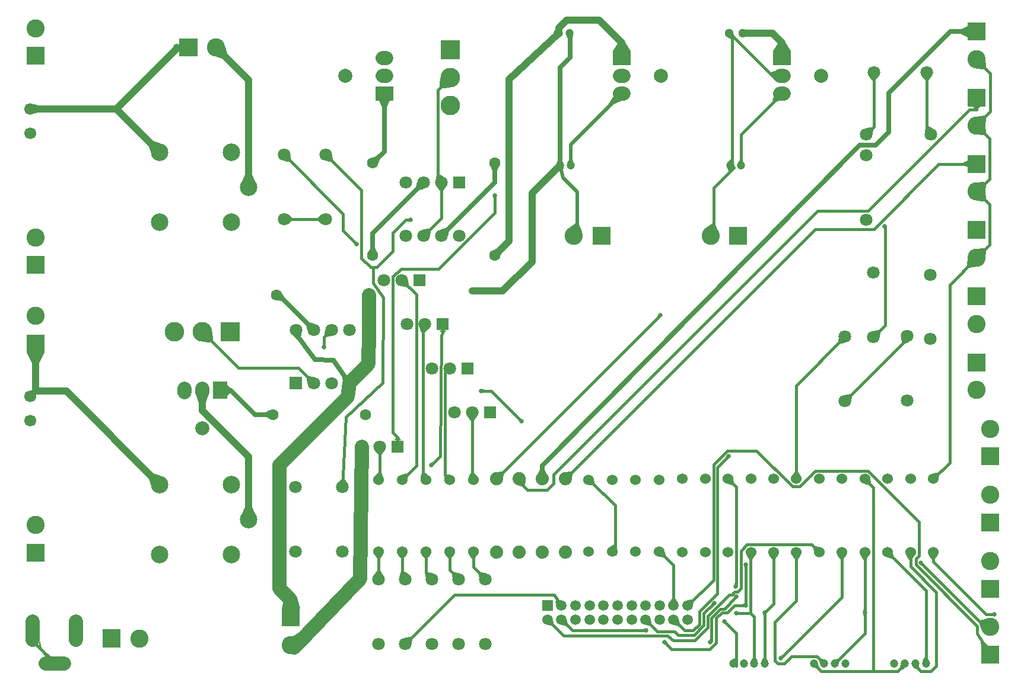
<source format=gbl>
G04 Layer: BottomLayer*
G04 EasyEDA v6.4.12, 2021-01-10T11:05:15--5:00*
G04 3145a8addab9457ba1f20b0dac4bbc5f,47ca9d6388974ffcabec7368213608ff,10*
G04 Gerber Generator version 0.2*
G04 Scale: 100 percent, Rotated: No, Reflected: No *
G04 Dimensions in inches *
G04 leading zeros omitted , absolute positions ,3 integer and 6 decimal *
%FSLAX36Y36*%
%MOIN*%

%ADD11C,0.0150*%
%ADD12C,0.0250*%
%ADD13C,0.0200*%
%ADD14C,0.0400*%
%ADD15C,0.0800*%
%ADD25C,0.0472*%
%ADD26C,0.0600*%
%ADD29C,0.0787*%
%ADD30R,0.0709X0.0709*%
%ADD31C,0.0709*%
%ADD32R,0.1024X0.1024*%
%ADD33C,0.1024*%
%ADD34C,0.0591*%
%ADD36C,0.0740*%
%ADD37C,0.0630*%
%ADD38C,0.0984*%
%ADD39C,0.0472*%
%ADD40C,0.0512*%
%ADD41R,0.1102X0.1102*%
%ADD42C,0.1102*%
%ADD43C,0.0669*%

%LPD*%
G36*
X4579400Y753240D02*
G01*
X4568780Y742640D01*
X4573020Y717180D01*
X4604860Y749000D01*
G37*
G36*
X5221020Y699240D02*
G01*
X5236000Y678240D01*
X5251000Y678220D01*
X5266020Y699220D01*
G37*
G36*
X5267060Y1166680D02*
G01*
X5241620Y1162400D01*
X5273480Y1130620D01*
X5277680Y1156080D01*
G37*
G36*
X2468400Y2847540D02*
G01*
X2453400Y2841060D01*
X2446320Y2811000D01*
X2495120Y2832040D01*
G37*
G36*
X2453420Y2776560D02*
G01*
X2472500Y2751760D01*
X2487500Y2751760D01*
X2506580Y2776560D01*
G37*
G36*
X2344640Y2802220D02*
G01*
X2337060Y2774720D01*
X2354720Y2757060D01*
X2382220Y2764640D01*
G37*
G36*
X2408800Y2539420D02*
G01*
X2377780Y2535360D01*
X2415360Y2497780D01*
X2419420Y2528800D01*
G37*
G36*
X2505280Y2542940D02*
G01*
X2477780Y2535360D01*
X2515360Y2497780D01*
X2522940Y2525280D01*
G37*
G36*
X1619480Y2620480D02*
G01*
X1619480Y2567320D01*
X1644280Y2586400D01*
X1644280Y2601400D01*
G37*
G36*
X1631399Y2958300D02*
G01*
X1593800Y2920740D01*
X1624840Y2916680D01*
X1635440Y2927280D01*
G37*
G36*
X2268600Y615000D02*
G01*
X2253600Y609180D01*
X2245280Y579360D01*
X2294840Y598560D01*
G37*
G36*
X2307320Y244340D02*
G01*
X2276300Y240280D01*
X2313900Y202700D01*
X2317940Y233720D01*
G37*
G36*
X1807600Y2620480D02*
G01*
X1782800Y2601400D01*
X1782800Y2586400D01*
X1807600Y2567320D01*
G37*
G36*
X1866399Y2958300D02*
G01*
X1828800Y2920740D01*
X1859820Y2916680D01*
X1870440Y2927280D01*
G37*
G36*
X1919960Y1134660D02*
G01*
X1899640Y1110860D01*
X1952720Y1108160D01*
X1934940Y1133900D01*
G37*
G36*
X2549700Y606500D02*
G01*
X2539100Y595900D01*
X2543160Y564860D01*
X2580720Y602480D01*
G37*
G36*
X2699700Y606500D02*
G01*
X2689100Y595900D01*
X2693159Y564880D01*
X2730720Y602480D01*
G37*
G36*
X2136000Y615360D02*
G01*
X2121000Y615340D01*
X2101940Y590520D01*
X2155100Y590560D01*
G37*
G36*
X5063700Y1929900D02*
G01*
X5067140Y1898959D01*
X5080420Y1891020D01*
X5109320Y1902640D01*
G37*
G36*
X4777300Y1609100D02*
G01*
X4746280Y1605020D01*
X4783900Y1567480D01*
X4787920Y1598500D01*
G37*
G36*
X4713160Y1934100D02*
G01*
X4709100Y1903080D01*
X4719700Y1892460D01*
X4750720Y1896500D01*
G37*
G36*
X4937300Y1969100D02*
G01*
X4906280Y1965020D01*
X4943900Y1927480D01*
X4947920Y1958500D01*
G37*
G36*
X4896200Y3110200D02*
G01*
X4865180Y3106120D01*
X4902800Y3068580D01*
X4906820Y3099600D01*
G37*
G36*
X5215599Y3117660D02*
G01*
X5200599Y3110179D01*
X5195380Y3079880D01*
X5242960Y3103600D01*
G37*
G36*
X2399700Y606500D02*
G01*
X2389100Y595900D01*
X2393160Y564880D01*
X2430720Y602480D01*
G37*
G36*
X3886800Y453120D02*
G01*
X3861840Y448840D01*
X3893180Y417540D01*
X3897420Y442520D01*
G37*
G36*
X3814440Y342480D02*
G01*
X3783120Y311160D01*
X3808100Y306900D01*
X3818700Y317500D01*
G37*
G36*
X3777480Y459560D02*
G01*
X3762820Y438900D01*
X3807120Y438900D01*
X3792480Y459560D01*
G37*
G36*
X3656960Y342480D02*
G01*
X3625640Y311160D01*
X3650620Y306900D01*
X3661220Y317500D01*
G37*
G36*
X3184520Y342480D02*
G01*
X3153200Y311160D01*
X3178180Y306900D01*
X3188780Y317500D01*
G37*
G36*
X3131920Y453100D02*
G01*
X3121320Y442500D01*
X3125580Y417520D01*
X3156900Y448840D01*
G37*
G36*
X3105779Y342480D02*
G01*
X3074460Y311160D01*
X3099440Y306900D01*
X3110040Y317500D01*
G37*
G36*
X4707920Y121320D02*
G01*
X4689020Y116840D01*
X4714100Y91820D01*
X4718560Y110740D01*
G37*
G36*
X4614000Y121300D02*
G01*
X4603400Y110700D01*
X4607860Y91780D01*
X4632920Y116840D01*
G37*
G36*
X4596000Y94740D02*
G01*
X4570960Y69680D01*
X4589880Y65220D01*
X4600480Y75820D01*
G37*
G36*
X4753580Y699220D02*
G01*
X4708580Y699200D01*
X4723600Y678220D01*
X4738600Y678220D01*
G37*
G36*
X4836700Y699220D02*
G01*
X4851700Y678220D01*
X4866700Y678220D01*
X4881700Y699220D01*
G37*
G36*
X4889140Y1134300D02*
G01*
X4857300Y1102520D01*
X4882740Y1098240D01*
X4893360Y1108840D01*
G37*
G36*
X4497380Y699240D02*
G01*
X4452380Y699200D01*
X4467400Y678199D01*
X4482400Y678220D01*
G37*
G36*
X4467400Y1173300D02*
G01*
X4452380Y1152320D01*
X4497380Y1152280D01*
X4482400Y1173280D01*
G37*
G36*
X4304600Y125420D02*
G01*
X4289600Y125399D01*
X4279400Y108859D01*
X4314820Y108900D01*
G37*
G36*
X4245500Y125420D02*
G01*
X4230500Y125399D01*
X4220300Y108859D01*
X4255740Y108900D01*
G37*
G36*
X4130000Y125079D02*
G01*
X4113620Y116020D01*
X4143300Y96660D01*
X4145000Y115300D01*
G37*
G36*
X4196120Y699240D02*
G01*
X4211100Y678220D01*
X4226100Y678199D01*
X4241120Y699200D01*
G37*
G36*
X4120480Y1134320D02*
G01*
X4088639Y1102520D01*
X4114100Y1098260D01*
X4124700Y1108860D01*
G37*
G36*
X4369280Y699240D02*
G01*
X4324280Y699180D01*
X4339300Y678199D01*
X4354300Y678220D01*
G37*
G36*
X3034400Y1182820D02*
G01*
X3019140Y1156920D01*
X3074640Y1156900D01*
X3059400Y1182800D01*
G37*
G36*
X2954740Y1126580D02*
G01*
X2907840Y1096920D01*
X2938639Y1085760D01*
X2951640Y1093980D01*
G37*
G36*
X3205860Y1173360D02*
G01*
X3173220Y1169360D01*
X3212460Y1130120D01*
X3216460Y1162760D01*
G37*
G36*
X2819920Y1173320D02*
G01*
X2787280Y1169360D01*
X2826480Y1130080D01*
X2830500Y1162700D01*
G37*
G36*
X2082500Y2433040D02*
G01*
X2071380Y2411000D01*
X2118620Y2411000D01*
X2107500Y2433040D01*
G37*
G36*
X2116500Y2948980D02*
G01*
X2093040Y2941280D01*
X2126440Y2907840D01*
X2134180Y2931300D01*
G37*
G36*
X1514319Y1518620D02*
G01*
X1492280Y1507500D01*
X1492280Y1482500D01*
X1514319Y1471380D01*
G37*
G36*
X864040Y3033340D02*
G01*
X835780Y3005040D01*
X848220Y2968720D01*
X900360Y3020960D01*
G37*
G36*
X1417300Y2842060D02*
G01*
X1377300Y2842040D01*
X1360400Y2807580D01*
X1434220Y2807620D01*
G37*
G36*
X864040Y1163340D02*
G01*
X835780Y1135040D01*
X848220Y1098740D01*
X900380Y1150960D01*
G37*
G36*
X1417300Y972060D02*
G01*
X1377300Y972039D01*
X1360400Y937580D01*
X1434220Y937620D01*
G37*
G36*
X2293900Y2252980D02*
G01*
X2256320Y2215400D01*
X2287340Y2211360D01*
X2297940Y2221960D01*
G37*
G36*
X2356720Y1986819D02*
G01*
X2368300Y1957940D01*
X2383300Y1953839D01*
X2407980Y1972800D01*
G37*
G36*
X2493160Y1756339D02*
G01*
X2496600Y1732800D01*
X2507200Y1722200D01*
X2530720Y1718720D01*
G37*
G36*
X2626940Y1482340D02*
G01*
X2646000Y1457520D01*
X2661000Y1457520D01*
X2680100Y1482300D01*
G37*
G36*
X2108420Y1291560D02*
G01*
X2127500Y1266760D01*
X2142500Y1266760D01*
X2161580Y1291560D01*
G37*
G36*
X3219660Y3627600D02*
G01*
X3184740Y3621600D01*
X3192500Y3606160D01*
X3217500Y3610460D01*
G37*
G36*
X3116940Y3642260D02*
G01*
X3103300Y3632620D01*
X3130640Y3603420D01*
X3141139Y3616380D01*
G37*
G36*
X3120700Y3671060D02*
G01*
X3122860Y3655760D01*
X3158300Y3655480D01*
X3160700Y3670740D01*
G37*
G36*
X3134740Y2928320D02*
G01*
X3129520Y2911800D01*
X3164960Y2911800D01*
X3159740Y2928320D01*
G37*
G36*
X3168200Y2885260D02*
G01*
X3133800Y2876740D01*
X3145260Y2862540D01*
X3164680Y2867360D01*
G37*
G36*
X3123660Y2897640D02*
G01*
X3110360Y2887580D01*
X3138639Y2859280D01*
X3148720Y2872600D01*
G37*
G36*
X3216300Y2928340D02*
G01*
X3196300Y2928320D01*
X3188600Y2911780D01*
X3224040Y2911820D01*
G37*
G36*
X4105700Y2929240D02*
G01*
X4091760Y2915899D01*
X4125940Y2906580D01*
X4120700Y2925140D01*
G37*
G36*
X4086540Y2881100D02*
G01*
X4093440Y2864340D01*
X4114000Y2863700D01*
X4121960Y2880000D01*
G37*
G36*
X4171300Y2928340D02*
G01*
X4156300Y2928320D01*
X4146100Y2911780D01*
X4181540Y2911820D01*
G37*
G36*
X4209220Y3660000D02*
G01*
X4191300Y3659200D01*
X4191300Y3620800D01*
X4209220Y3620000D01*
G37*
G36*
X4120740Y3635059D02*
G01*
X4087600Y3615700D01*
X4105700Y3605539D01*
X4120700Y3614300D01*
G37*
G36*
X4120960Y3643660D02*
G01*
X4096080Y3614420D01*
X4117300Y3611700D01*
X4127040Y3623159D01*
G37*
G36*
X3733700Y726960D02*
G01*
X3704180Y693000D01*
X3729860Y690540D01*
X3739720Y701880D01*
G37*
G36*
X3448900Y763420D02*
G01*
X3427040Y750620D01*
X3467620Y731180D01*
X3463900Y756240D01*
G37*
G36*
X3335920Y1132480D02*
G01*
X3306380Y1098520D01*
X3332060Y1096040D01*
X3341920Y1107380D01*
G37*
G36*
X2284700Y1162700D02*
G01*
X2259240Y1158460D01*
X2291060Y1126640D01*
X2295300Y1152100D01*
G37*
G36*
X2238620Y703180D02*
G01*
X2253600Y682159D01*
X2268600Y682159D01*
X2283620Y703139D01*
G37*
G36*
X2383300Y1168880D02*
G01*
X2368300Y1161560D01*
X2364800Y1136480D01*
X2405240Y1156220D01*
G37*
G36*
X2371220Y703160D02*
G01*
X2386200Y682159D01*
X2401200Y682159D01*
X2416220Y703139D01*
G37*
G36*
X2503800Y703160D02*
G01*
X2518800Y682159D01*
X2533800Y682159D01*
X2548800Y703139D01*
G37*
G36*
X2528180Y1158460D02*
G01*
X2507200Y1158200D01*
X2496600Y1147600D01*
X2496380Y1126620D01*
G37*
G36*
X2636420Y703160D02*
G01*
X2651400Y682159D01*
X2666400Y682159D01*
X2681420Y703139D01*
G37*
G36*
X2661000Y1170000D02*
G01*
X2646000Y1168000D01*
X2633980Y1145200D01*
X2678580Y1151180D01*
G37*
G36*
X2106020Y703180D02*
G01*
X2121000Y682159D01*
X2136000Y682159D01*
X2151020Y703139D01*
G37*
G36*
X2127500Y1170060D02*
G01*
X2109460Y1151680D01*
X2153880Y1144540D01*
X2142500Y1167640D01*
G37*
G36*
X2756380Y2889000D02*
G01*
X2767500Y2866960D01*
X2792500Y2866960D01*
X2803620Y2889000D01*
G37*
G36*
X2796160Y2434640D02*
G01*
X2778000Y2421600D01*
X2811440Y2388200D01*
X2824460Y2406360D01*
G37*
G36*
X3232500Y2570020D02*
G01*
X3196300Y2542460D01*
X3270560Y2523040D01*
X3252500Y2564800D01*
G37*
G36*
X4002100Y2569380D02*
G01*
X3963420Y2542440D01*
X4037720Y2523080D01*
X4017100Y2565480D01*
G37*
G36*
X1677140Y265760D02*
G01*
X1647160Y245780D01*
X1682800Y177780D01*
X1716300Y191060D01*
G37*
G36*
X5551600Y348120D02*
G01*
X5506000Y336620D01*
X5499000Y322400D01*
X5517660Y279240D01*
G37*
G36*
X5435960Y2379620D02*
G01*
X5432500Y2332440D01*
X5443099Y2321840D01*
X5490280Y2325360D01*
G37*
G36*
X5531060Y2430960D02*
G01*
X5483880Y2427520D01*
X5538120Y2373180D01*
X5541660Y2420360D01*
G37*
G36*
X5531079Y2803080D02*
G01*
X5483900Y2799640D01*
X5538120Y2745299D01*
X5541660Y2792460D01*
G37*
G36*
X5538140Y2751760D02*
G01*
X5483840Y2697460D01*
X5531020Y2693980D01*
X5541620Y2704580D01*
G37*
G36*
X5531020Y3175240D02*
G01*
X5483860Y3171760D01*
X5538140Y3117460D01*
X5541640Y3164620D01*
G37*
G36*
X5538120Y3123920D02*
G01*
X5483880Y3069580D01*
X5531060Y3066139D01*
X5541660Y3076740D01*
G37*
G36*
X5538120Y3496040D02*
G01*
X5483880Y3441720D01*
X5531040Y3438240D01*
X5541640Y3448860D01*
G37*
G36*
X2475000Y3393440D02*
G01*
X2471640Y3342240D01*
X2482240Y3331640D01*
X2533440Y3334980D01*
G37*
G36*
X5181540Y3397340D02*
G01*
X5200599Y3372520D01*
X5215599Y3372520D01*
X5234700Y3397300D01*
G37*
G36*
X4882340Y3397340D02*
G01*
X4901400Y3372520D01*
X4916400Y3372520D01*
X4935500Y3397300D01*
G37*
G36*
X1266080Y3563220D02*
G01*
X1211780Y3508920D01*
X1250120Y3496600D01*
X1278400Y3524880D01*
G37*
G36*
X192920Y3240020D02*
G01*
X192860Y3189820D01*
X216280Y3194900D01*
X216340Y3234900D01*
G37*
G36*
X194600Y1631200D02*
G01*
X168680Y1630180D01*
X204140Y1594680D01*
X205200Y1620600D01*
G37*
G36*
X5185080Y660180D02*
G01*
X5171820Y646919D01*
X5179320Y642060D01*
X5189940Y652660D01*
G37*
G36*
X3698620Y2054780D02*
G01*
X3693759Y2047260D01*
X3704360Y2036660D01*
X3711880Y2041519D01*
G37*
G36*
X4287720Y370840D02*
G01*
X4289600Y362080D01*
X4304600Y362080D01*
X4306480Y370840D01*
G37*
G36*
X4303840Y396420D02*
G01*
X4296320Y391580D01*
X4309580Y378300D01*
X4314440Y385820D01*
G37*
G36*
X4144660Y385180D02*
G01*
X4144660Y366420D01*
X4153420Y368300D01*
X4153420Y383300D01*
G37*
G36*
X4851700Y396620D02*
G01*
X4849820Y387860D01*
X4868580Y387860D01*
X4866700Y396620D01*
G37*
G36*
X4849820Y371340D02*
G01*
X4851700Y362580D01*
X4866700Y362580D01*
X4868580Y371340D01*
G37*
G36*
X4393420Y140540D02*
G01*
X4385920Y135680D01*
X4399180Y122420D01*
X4404040Y129940D01*
G37*
G36*
X4126019Y471000D02*
G01*
X4121160Y463480D01*
X4131760Y452860D01*
X4139280Y457720D01*
G37*
G36*
X3989200Y232960D02*
G01*
X3984420Y225560D01*
X4001259Y217280D01*
X4004200Y225600D01*
G37*
G36*
X3747480Y215780D02*
G01*
X3734220Y202520D01*
X3741740Y197659D01*
X3752340Y208260D01*
G37*
G36*
X4198100Y438920D02*
G01*
X4183100Y438040D01*
X4181760Y429200D01*
X4200480Y430300D01*
G37*
G36*
X4183340Y430880D02*
G01*
X4174580Y429000D01*
X4174580Y414000D01*
X4183340Y412120D01*
G37*
G36*
X4181220Y642740D02*
G01*
X4183100Y633980D01*
X4198100Y633980D01*
X4199980Y642740D01*
G37*
G36*
X4001120Y435280D02*
G01*
X3996259Y427760D01*
X4006860Y417160D01*
X4014380Y422020D01*
G37*
G36*
X4081420Y1259980D02*
G01*
X4076560Y1252460D01*
X4087180Y1241860D01*
X4094680Y1246720D01*
G37*
G36*
X2771720Y2718240D02*
G01*
X2773600Y2709480D01*
X2788600Y2709480D01*
X2790480Y2718240D01*
G37*
G36*
X2431740Y1227340D02*
G01*
X2424220Y1222480D01*
X2437480Y1209220D01*
X2442340Y1216740D01*
G37*
G36*
X1998260Y2471140D02*
G01*
X1987660Y2460520D01*
X1992520Y2453020D01*
X2005780Y2466280D01*
G37*
G36*
X4082480Y330780D02*
G01*
X4069220Y317520D01*
X4076740Y312660D01*
X4087340Y323260D01*
G37*
G36*
X4981400Y2549860D02*
G01*
X4963460Y2544340D01*
X4967500Y2536420D01*
X4982500Y2541040D01*
G37*
G36*
X2296020Y2597260D02*
G01*
X2287860Y2593980D01*
X2292700Y2577600D01*
X2301320Y2579260D01*
G37*
G36*
X3621740Y289380D02*
G01*
X3612980Y287500D01*
X3612980Y272500D01*
X3621740Y270620D01*
G37*
G36*
X5578240Y378280D02*
G01*
X5569480Y376400D01*
X5569480Y361400D01*
X5578240Y359520D01*
G37*
G36*
X4128200Y545360D02*
G01*
X4125400Y536860D01*
X4144040Y534760D01*
X4143200Y543660D01*
G37*
G36*
X2712760Y1637080D02*
G01*
X2712760Y1618320D01*
X2721520Y1620200D01*
X2721520Y1635200D01*
G37*
G36*
X2923420Y1474040D02*
G01*
X2912799Y1463420D01*
X2917660Y1455920D01*
X2930920Y1469180D01*
G37*
G36*
X2128760Y3261200D02*
G01*
X2147500Y3223700D01*
X2172500Y3223700D01*
X2191260Y3261200D01*
G37*
G36*
X1276880Y1662540D02*
G01*
X1276880Y1600040D01*
X1296900Y1618800D01*
X1296900Y1643800D01*
G37*
G36*
X3472799Y3587500D02*
G01*
X3443620Y3540000D01*
X3542020Y3540000D01*
X3512799Y3587500D01*
G37*
G36*
X4372800Y3587500D02*
G01*
X4343620Y3540000D01*
X4442020Y3540000D01*
X4412800Y3587500D01*
G37*
G36*
X2469760Y1967000D02*
G01*
X2481000Y1951900D01*
X2496000Y1951900D01*
X2507260Y1967000D01*
G37*
G36*
X2227500Y1365500D02*
G01*
X2216260Y1350440D01*
X2253760Y1350440D01*
X2242500Y1365500D01*
G37*
G36*
X1595000Y450700D02*
G01*
X1583820Y403160D01*
X1686180Y403160D01*
X1675000Y450700D01*
G37*
G36*
X5510980Y216480D02*
G01*
X5514840Y193980D01*
X5552340Y193980D01*
X5528579Y216480D01*
G37*
G36*
X5435860Y2923240D02*
G01*
X5413360Y2912000D01*
X5413360Y2897000D01*
X5435860Y2885740D01*
G37*
G36*
X5468339Y3225419D02*
G01*
X5479600Y3210299D01*
X5494600Y3210299D01*
X5505839Y3225419D01*
G37*
G36*
X5435860Y3679960D02*
G01*
X5398360Y3661200D01*
X5398360Y3636200D01*
X5435860Y3617460D01*
G37*
G36*
X1007900Y3578759D02*
G01*
X992800Y3567500D01*
X992800Y3552500D01*
X1007900Y3541259D01*
G37*
G36*
X149900Y1842700D02*
G01*
X179899Y1782700D01*
X219899Y1782700D01*
X249899Y1842700D01*
G37*
G36*
X1176860Y1621459D02*
G01*
X1098120Y1621440D01*
X1117500Y1561440D01*
X1157500Y1561459D01*
G37*
G36*
X3447780Y3282960D02*
G01*
X3421620Y3243560D01*
X3445600Y3239260D01*
X3492820Y3261240D01*
G37*
G36*
X4353020Y3426139D02*
G01*
X4328960Y3421240D01*
X4325240Y3403740D01*
X4345220Y3389460D01*
G37*
G36*
X4346880Y3284880D02*
G01*
X4341860Y3260260D01*
X4353760Y3250960D01*
X4376440Y3261780D01*
G37*
G36*
X222320Y226340D02*
G01*
X218600Y176200D01*
X233100Y182900D01*
G37*
G36*
X240460Y154340D02*
G01*
X254800Y131720D01*
X292300Y131840D01*
X261660Y154340D01*
G37*
G36*
X1192480Y1963460D02*
G01*
X1134040Y1904980D01*
X1185240Y1901639D01*
X1195840Y1912260D01*
G37*
G36*
X1733720Y1710700D02*
G01*
X1723100Y1700100D01*
X1727120Y1669060D01*
X1764740Y1706620D01*
G37*
G36*
X1695580Y1958560D02*
G01*
X1645760Y1940020D01*
X1667100Y1921500D01*
X1691540Y1930600D01*
G37*
G36*
X1945720Y1718180D02*
G01*
X1925040Y1704139D01*
X1927340Y1675700D01*
X1971300Y1705580D01*
G37*
G36*
X1814300Y1891420D02*
G01*
X1812420Y1882660D01*
X1831180Y1882660D01*
X1829300Y1891420D01*
G37*
G36*
X1827120Y1973460D02*
G01*
X1823100Y1942420D01*
X1833720Y1931819D01*
X1864740Y1935900D01*
G37*
G36*
X1582660Y2175880D02*
G01*
X1558460Y2135300D01*
X1582900Y2133220D01*
X1596100Y2155380D01*
G37*
G36*
X1737240Y2014220D02*
G01*
X1719560Y1996560D01*
X1727120Y1969060D01*
X1764740Y2006620D01*
G37*
G36*
X5017240Y720960D02*
G01*
X4985440Y689120D01*
X5010900Y684880D01*
X5021500Y695500D01*
G37*
G36*
X5209600Y125420D02*
G01*
X5194600Y125399D01*
X5184400Y108859D01*
X5219820Y108900D01*
G37*
G36*
X5092920Y699220D02*
G01*
X5107900Y678220D01*
X5122900Y678220D01*
X5137920Y699200D01*
G37*
G36*
X5160000Y95000D02*
G01*
X5130000Y70000D01*
X5153900Y60519D01*
X5164520Y71100D01*
G37*
G36*
X5060000Y90000D02*
G01*
X5055500Y71100D01*
X5066100Y60480D01*
X5085020Y64900D01*
G37*
D15*
X1635000Y450700D02*
G01*
X1570000Y515700D01*
X1570000Y1210000D01*
X1955000Y1595000D01*
X1962500Y1671300D01*
D12*
X1662500Y1971300D02*
G01*
X1662500Y1948499D01*
X1770000Y1805000D01*
X1875000Y1800000D01*
X1962489Y1671260D01*
D14*
X897299Y1101799D02*
G01*
X373299Y1625900D01*
X199899Y1625900D01*
D13*
X3206300Y2896199D02*
G01*
X3206300Y3014099D01*
X3492799Y3300599D01*
D12*
X3147240Y2896170D02*
G01*
X3147240Y3447240D01*
X3205000Y3505000D01*
X3205000Y3634549D01*
X3199549Y3640000D01*
D11*
X4122299Y2882600D02*
G01*
X4113199Y2891700D01*
X4113199Y3626399D01*
D13*
X3242500Y2486399D02*
G01*
X3242500Y2747500D01*
X3164799Y2825200D01*
X3147240Y2896170D01*
D11*
X1925000Y1086100D02*
G01*
X1945000Y1480000D01*
X2150000Y1675000D01*
X2155000Y2155000D01*
X2095500Y2233800D01*
X2095500Y2322300D01*
X2095500Y2322300D01*
D15*
X2070000Y1780000D02*
G01*
X1962489Y1671260D01*
X1962500Y1671300D01*
X2072299Y2166300D02*
G01*
X2072299Y1961300D01*
X2070000Y1780000D01*
D14*
X2780000Y2390200D02*
G01*
X2861599Y2471799D01*
X2861599Y3379000D01*
X3140450Y3640000D01*
X3129799Y3640000D01*
X3140399Y3640000D02*
G01*
X3140699Y3670900D01*
X3184099Y3713800D01*
X3366599Y3713800D01*
X3492799Y3587500D01*
D11*
X5565000Y298699D02*
G01*
X5533299Y298699D01*
X5172600Y659400D01*
X2128500Y1128499D02*
G01*
X2135000Y1135000D01*
X2135000Y1315000D01*
X2658900Y1128499D02*
G01*
X2653500Y1133899D01*
X2653500Y1505799D01*
X2261099Y1128499D02*
G01*
X2339499Y1206900D01*
X2339499Y2169800D01*
X2258500Y2250799D01*
X2789600Y1132399D02*
G01*
X3711099Y2054000D01*
X3175500Y1132399D02*
G01*
X4581599Y2538499D01*
X4909300Y2538499D01*
X5275200Y2904499D01*
X5487100Y2904499D01*
X5487100Y3276599D02*
G01*
X5487100Y3210300D01*
X4297100Y379099D02*
G01*
X4297100Y93299D01*
X4346800Y719099D02*
G01*
X4346800Y428699D01*
X4297100Y379099D01*
X4218599Y719099D02*
G01*
X4218599Y375799D01*
X4218599Y375799D02*
G01*
X4136400Y375799D01*
X4859200Y719099D02*
G01*
X4859200Y379600D01*
X4859200Y379600D02*
G01*
X4859200Y261900D01*
X4690500Y93299D01*
X4138500Y470199D02*
G01*
X4069399Y401199D01*
X4046999Y401199D01*
X3996700Y350900D01*
X3996700Y221500D01*
X3989200Y214000D01*
X4190600Y650999D02*
G01*
X4190600Y422600D01*
X4191599Y421500D01*
X2393699Y723000D02*
G01*
X2393699Y601900D01*
X2428500Y567100D01*
X5208100Y3420799D02*
G01*
X5208100Y3092199D01*
X5229600Y3070799D01*
X2235000Y1315000D02*
G01*
X2235000Y1365500D01*
X4908900Y3420799D02*
G01*
X4908900Y3112300D01*
X4867399Y3070799D01*
X4748500Y1569699D02*
G01*
X5098500Y1919699D01*
X5098500Y1936399D01*
X2128500Y723000D02*
G01*
X2128500Y567100D01*
X2658900Y723000D02*
G01*
X2658900Y636700D01*
X2728500Y567100D01*
X2526300Y723000D02*
G01*
X2526300Y619299D01*
X2578500Y567100D01*
X2261099Y723000D02*
G01*
X2261099Y584499D01*
X2278500Y567100D01*
X170799Y1596799D02*
G01*
X199899Y1625900D01*
D14*
X199899Y1625900D02*
G01*
X199899Y1893899D01*
D11*
X1059099Y3560000D02*
G01*
X992799Y3560000D01*
D14*
X992799Y3560000D02*
G01*
X992799Y3553600D01*
X654200Y3214899D01*
X170799Y3214899D02*
G01*
X654200Y3214899D01*
X654200Y3214899D02*
G01*
X897299Y2971799D01*
D11*
X2005000Y2453800D02*
G01*
X1927600Y2531199D01*
X1927600Y2624600D01*
X1596000Y2956100D01*
X1831000Y2593899D02*
G01*
X1596000Y2593899D01*
X4163800Y2896199D02*
G01*
X4163800Y3071599D01*
X4392799Y3300599D01*
D12*
X1552700Y2166300D02*
G01*
X1567500Y2166300D01*
X1762500Y1971300D01*
D11*
X1862500Y1971300D02*
G01*
X1821800Y1930500D01*
X1821800Y1874400D01*
X1137500Y1960000D02*
G01*
X1341099Y1756399D01*
X1677399Y1756399D01*
X1762500Y1671300D01*
D12*
X2780000Y2909800D02*
G01*
X2780000Y2800000D01*
X2480000Y2500000D01*
D14*
X4174399Y3640000D02*
G01*
X4340400Y3640000D01*
X4392799Y3587500D01*
X4392799Y3500599D02*
G01*
X4392799Y3587500D01*
X3492799Y3500599D02*
G01*
X3492799Y3587500D01*
D15*
X1635000Y351999D02*
G01*
X1635000Y450700D01*
D12*
X2095000Y2390200D02*
G01*
X2095000Y2515000D01*
X2380000Y2800000D01*
D11*
X2530000Y3390000D02*
G01*
X2460900Y3320900D01*
X2460900Y2819099D01*
X2480000Y2800000D01*
X2380000Y2500000D02*
G01*
X2480000Y2600000D01*
X2480000Y2800000D01*
D12*
X1535200Y1495000D02*
G01*
X1433199Y1495000D01*
X1296899Y1631300D01*
X1237500Y1631300D02*
G01*
X1296899Y1631300D01*
X2095000Y2909800D02*
G01*
X2160000Y2974800D01*
X2160000Y3300599D01*
D14*
X1397299Y2775000D02*
G01*
X1397299Y3377700D01*
X1215000Y3560000D01*
D11*
X326500Y78899D02*
G01*
X200599Y204800D01*
X200599Y263899D01*
X3323800Y1114899D02*
G01*
X3456400Y982300D01*
X3456400Y709400D01*
X3721602Y709398D02*
G01*
X3784970Y646030D01*
X3784970Y419369D01*
X4113199Y3626399D02*
G01*
X4352600Y3386999D01*
X4410400Y3386999D01*
X4009600Y2486399D02*
G01*
X4009600Y2769899D01*
X4122299Y2882600D01*
X4137500Y79699D02*
G01*
X4137500Y262500D01*
X4070000Y330000D01*
X4474899Y1132399D02*
G01*
X4474899Y1658200D01*
X4748500Y1931900D01*
X4572399Y93299D02*
G01*
X4613999Y51700D01*
X4907700Y51700D01*
X4907700Y51700D02*
G01*
X4907700Y1083899D01*
X4859200Y1132399D01*
X3155048Y340630D02*
G01*
X3215679Y280000D01*
X3630000Y280000D01*
X5243500Y1132500D02*
G01*
X5335600Y1224600D01*
X5335600Y2225000D01*
X5487100Y2376399D01*
X4090500Y1132399D02*
G01*
X4135699Y1087300D01*
X4135699Y529499D01*
X4133800Y527600D01*
X5202100Y93299D02*
G01*
X5202100Y504200D01*
X4987299Y719099D01*
D14*
X1397299Y905000D02*
G01*
X1397299Y1256399D01*
X1137500Y1516300D01*
X1137500Y1631300D01*
D11*
X2393699Y1128499D02*
G01*
X2375799Y1146399D01*
X2375799Y1989699D01*
X2388500Y2002399D01*
X2781099Y2726500D02*
G01*
X2781099Y2631700D01*
X2464399Y2315000D01*
X2252700Y2315000D01*
X2208500Y2270900D01*
X2208500Y1391999D01*
X2235000Y1365500D01*
X3735000Y215000D02*
G01*
X3775000Y175000D01*
X3988397Y175000D01*
X4025000Y211599D01*
X4025000Y349198D01*
X4055801Y380000D01*
X4085600Y380000D01*
X4127100Y421498D01*
X4191602Y421498D01*
X4238000Y93299D02*
G01*
X4238000Y356399D01*
X4218599Y375799D01*
X4731099Y719099D02*
G01*
X4731099Y467600D01*
X4386700Y123200D01*
X3076310Y340630D02*
G01*
X3166940Y250000D01*
X3750000Y250000D01*
X3785000Y225000D01*
X3905000Y225000D01*
X3975600Y295601D01*
X3975600Y359600D01*
X4097002Y481001D01*
X4112402Y481001D01*
X4127700Y496298D01*
X4142201Y496298D01*
X4162500Y516599D01*
X4162500Y727600D01*
X4197798Y762899D01*
X4559102Y762899D01*
X4602997Y719099D01*
X3627489Y340630D02*
G01*
X3693119Y275000D01*
X3790000Y275000D01*
X3810000Y255000D01*
X3900000Y255000D01*
X3954502Y309502D01*
X3954502Y375399D01*
X4013599Y434499D01*
X4093900Y1259198D02*
G01*
X4030497Y1195801D01*
X4030497Y488400D01*
X3930000Y387903D01*
X3930000Y315000D01*
X3895000Y280000D01*
X3845600Y280000D01*
X3784970Y340630D01*
D14*
X3147240Y2896170D02*
G01*
X2990000Y2738930D01*
X2990000Y2355000D01*
X2825000Y2190000D01*
X2655000Y2190000D01*
D15*
X1652600Y182500D02*
G01*
X2025000Y570000D01*
X2035000Y1315000D01*
D11*
X2425000Y1210000D02*
G01*
X2475000Y1260000D01*
X2480000Y1940000D01*
X2488500Y1951900D01*
X2488500Y2002399D01*
X5243500Y719099D02*
G01*
X5243500Y666500D01*
X5541099Y368899D01*
X5586499Y368899D01*
X2704499Y1627699D02*
G01*
X2759142Y1627699D01*
X2930141Y1456700D01*
X2526300Y1128499D02*
G01*
X2501899Y1152899D01*
X2501899Y1727500D01*
X2528500Y1754099D01*
X4970000Y2555000D02*
G01*
X4975000Y2555000D01*
X4975000Y1996199D01*
X4908500Y1929699D01*
X5487100Y3210300D02*
G01*
X5447600Y3210300D01*
X4876099Y2638899D01*
X4593900Y2638899D01*
X3111199Y1156199D01*
X3111199Y1106199D01*
X3075000Y1070000D01*
X2965000Y1070000D01*
X2918199Y1116799D01*
X2918199Y1132399D01*
X5487100Y3492800D02*
G01*
X5565000Y3414899D01*
X5565000Y3198600D01*
X5487100Y3120700D01*
X5487100Y3120700D02*
G01*
X5560000Y3047800D01*
X5560000Y2821399D01*
X5487100Y2748499D01*
X5487100Y2376399D02*
G01*
X5560000Y2449299D01*
X5560000Y2675599D01*
X5487100Y2748499D01*
X5565000Y142800D02*
G01*
X5565000Y142800D01*
X5490000Y265000D01*
X5490000Y304499D01*
X5145799Y648699D01*
X5145799Y683000D01*
X5162700Y699899D01*
X5162700Y890700D01*
X4877100Y1176199D01*
X4581199Y1176199D01*
X4493800Y1088800D01*
X4452399Y1088800D01*
X4251599Y1289699D01*
X4085699Y1289699D01*
X4009399Y1213400D01*
X4009399Y565100D01*
X3863699Y419400D01*
X3155000Y419400D02*
G01*
X3115000Y480000D01*
X2553599Y480000D01*
X2278500Y204899D01*
X4631400Y93299D02*
G01*
X4589700Y135000D01*
X4447700Y135000D01*
X4407399Y94699D01*
X4371800Y94699D01*
X4355000Y111500D01*
X4355000Y326599D01*
X4474899Y446500D01*
X4474899Y719099D01*
X4910000Y50000D02*
G01*
X5045000Y50000D01*
X5083900Y93299D01*
X5143000Y93299D02*
G01*
X5143000Y81999D01*
X5175000Y50000D01*
X5230000Y50000D01*
X5260000Y80000D01*
X5260000Y495100D01*
X5115400Y639699D01*
X5115400Y719099D01*
D12*
X5487100Y3648699D02*
G01*
X5338699Y3648699D01*
X4993199Y3303200D01*
X4993199Y3083099D01*
X4920799Y3010799D01*
X4830000Y3010000D01*
X3046899Y1207800D01*
X3046899Y1132399D01*
D11*
X2095500Y2322300D02*
G01*
X2117299Y2322300D01*
X2208500Y2413499D01*
X2208500Y2518499D01*
X2280600Y2590599D01*
X2306599Y2590599D01*
X1831000Y2956100D02*
G01*
X2031099Y2755999D01*
X2031099Y2373899D01*
X2082600Y2322300D01*
X2095500Y2322300D01*
D25*
G01*
X5202129Y93260D03*
G01*
X5143029Y93260D03*
G01*
X5083930Y93260D03*
G01*
X5024930Y93260D03*
D26*
G01*
X4987299Y719059D03*
G01*
X4987299Y1132449D03*
G01*
X4602969Y719059D03*
G01*
X4602969Y1132449D03*
G01*
X5115420Y719059D03*
G01*
X5115420Y1132449D03*
G01*
X5243530Y719070D03*
G01*
X5243530Y1132460D03*
G36*
X2110799Y3261205D02*
G01*
X2110799Y3340005D01*
X2209200Y3340005D01*
X2209200Y3261205D01*
G37*
G36*
X1276886Y1582087D02*
G01*
X1198086Y1582087D01*
X1198086Y1680488D01*
X1276886Y1680488D01*
G37*
D29*
G01*
X1940000Y3400599D03*
G01*
X1137479Y1416289D03*
D30*
G01*
X2580000Y2800000D03*
D31*
G01*
X2480000Y2800000D03*
G01*
X2380000Y2800000D03*
G01*
X2280000Y2800000D03*
G01*
X2280000Y2500000D03*
G01*
X2380000Y2500000D03*
G01*
X2480000Y2500000D03*
G01*
X2580000Y2500000D03*
G36*
X1627060Y1706691D02*
G01*
X1697925Y1706691D01*
X1697925Y1635824D01*
X1627060Y1635824D01*
G37*
G01*
X1762489Y1671260D03*
G01*
X1862489Y1671260D03*
G01*
X1962489Y1671260D03*
G01*
X1962489Y1971260D03*
G01*
X1862489Y1971260D03*
G01*
X1762489Y1971260D03*
G01*
X1662489Y1971260D03*
G36*
X3542021Y3540005D02*
G01*
X3542021Y3461206D01*
X3443621Y3461206D01*
X3443621Y3540005D01*
G37*
G36*
X4442021Y3540005D02*
G01*
X4442021Y3461206D01*
X4343621Y3461206D01*
X4343621Y3540005D01*
G37*
G01*
X1596040Y2593899D03*
G01*
X1596040Y2956100D03*
G01*
X2278530Y567109D03*
G01*
X2278530Y204909D03*
G01*
X1831040Y2593899D03*
G01*
X1831040Y2956100D03*
G01*
X1661170Y723899D03*
G01*
X1661170Y1086100D03*
G01*
X1925000Y723899D03*
G01*
X1925000Y1086100D03*
G01*
X2578530Y567109D03*
G01*
X2578530Y204909D03*
G01*
X2728530Y567109D03*
G01*
X2728530Y204909D03*
G01*
X2128530Y567109D03*
G01*
X2128530Y204909D03*
G01*
X5098530Y1936399D03*
G01*
X5098530Y1574200D03*
G01*
X4748530Y1569659D03*
G01*
X4748530Y1931860D03*
G01*
X4908530Y2291860D03*
G01*
X4908530Y1929659D03*
G01*
X4868530Y2951860D03*
G01*
X4868530Y2589659D03*
G01*
X4867430Y3070760D03*
G01*
X5229629Y3070760D03*
G01*
X5228530Y2281399D03*
G01*
X5228530Y1919200D03*
G01*
X2428530Y567109D03*
G01*
X2428530Y204909D03*
G36*
X575864Y285785D02*
G01*
X678225Y285785D01*
X678225Y183422D01*
X575864Y183422D01*
G37*
D33*
G01*
X782960Y234600D03*
D34*
G01*
X3863710Y340630D03*
G01*
X3863710Y419369D03*
G01*
X3784970Y340630D03*
G01*
X3784970Y419369D03*
G01*
X3706229Y340630D03*
G01*
X3706229Y419369D03*
G01*
X3627489Y340630D03*
G01*
X3627489Y419369D03*
G01*
X3548750Y340630D03*
G01*
X3548750Y419369D03*
G01*
X3470010Y340630D03*
G01*
X3470010Y419369D03*
G01*
X3391270Y340630D03*
G01*
X3391270Y419369D03*
G01*
X3312529Y340630D03*
G01*
X3312529Y419369D03*
G01*
X3233789Y340630D03*
G01*
X3233789Y419369D03*
G01*
X3155050Y340630D03*
G01*
X3155050Y419369D03*
G01*
X3076310Y340630D03*
G36*
X3046770Y448897D02*
G01*
X3105826Y448897D01*
X3105826Y389841D01*
X3046770Y389841D01*
G37*
D25*
G01*
X4749629Y93260D03*
G01*
X4690529Y93260D03*
G01*
X4631430Y93260D03*
G01*
X4572430Y93260D03*
D26*
G01*
X4731080Y719059D03*
G01*
X4731080Y1132449D03*
G01*
X4859200Y719059D03*
G01*
X4859200Y1132449D03*
G01*
X3834309Y719059D03*
G01*
X3834309Y1132449D03*
G01*
X4474859Y719059D03*
G01*
X4474859Y1132449D03*
D25*
G01*
X4297129Y93260D03*
G01*
X4238029Y93260D03*
G01*
X4178930Y93260D03*
G01*
X4119930Y93260D03*
D26*
G01*
X3962420Y719059D03*
G01*
X3962420Y1132449D03*
G01*
X4218639Y719059D03*
G01*
X4218639Y1132449D03*
G01*
X4090529Y719059D03*
G01*
X4090529Y1132449D03*
G01*
X4346750Y719059D03*
G01*
X4346750Y1132449D03*
D36*
G01*
X3046869Y1132440D03*
G01*
X3046869Y719059D03*
G01*
X2918209Y1132440D03*
G01*
X2918209Y719059D03*
G01*
X3175529Y1132440D03*
G01*
X3175529Y719059D03*
G01*
X2789549Y1132440D03*
G01*
X2789549Y719059D03*
D37*
G01*
X2095000Y2390160D03*
G01*
X2095000Y2909839D03*
G01*
X2054840Y1495000D03*
G01*
X1535159Y1495000D03*
D38*
G01*
X897330Y2971849D03*
G01*
X897330Y2578150D03*
G01*
X1298930Y2578150D03*
G01*
X1298930Y2971849D03*
G01*
X1397330Y2775050D03*
G01*
X897330Y1101849D03*
G01*
X897330Y708150D03*
G01*
X1298930Y708150D03*
G01*
X1298930Y1101849D03*
G01*
X1397330Y905050D03*
D29*
G01*
X3712820Y3400599D03*
G01*
X4612820Y3400599D03*
D30*
G01*
X2358530Y2250760D03*
D31*
G01*
X2258530Y2250760D03*
G01*
X2158530Y2250760D03*
D30*
G01*
X2488530Y2002420D03*
D31*
G01*
X2388530Y2002420D03*
G01*
X2288530Y2002420D03*
D30*
G01*
X2628530Y1754090D03*
D31*
G01*
X2528530Y1754090D03*
G01*
X2428530Y1754090D03*
D30*
G01*
X2753530Y1505760D03*
D31*
G01*
X2653530Y1505760D03*
G01*
X2553530Y1505760D03*
D30*
G01*
X2235000Y1315000D03*
D31*
G01*
X2135000Y1315000D03*
G01*
X2035000Y1315000D03*
D39*
G01*
X3199549Y3640000D03*
G01*
X3140450Y3640000D03*
G01*
X3147240Y2896170D03*
G01*
X3206340Y2896170D03*
G01*
X4104729Y2896170D03*
G01*
X4163829Y2896170D03*
D40*
G01*
X4174369Y3640000D03*
G01*
X4095630Y3640000D03*
D26*
G01*
X3703959Y723000D03*
G01*
X3703959Y1128519D03*
G01*
X3571360Y723000D03*
G01*
X3571360Y1128519D03*
G01*
X3438760Y723000D03*
G01*
X3438760Y1128519D03*
G01*
X3306170Y1128519D03*
G01*
X3306170Y723000D03*
G01*
X2261130Y1128519D03*
G01*
X2261130Y723000D03*
G01*
X2393720Y1128519D03*
G01*
X2393720Y723000D03*
G01*
X2526319Y723000D03*
G01*
X2526319Y1128519D03*
G01*
X2658919Y723000D03*
G01*
X2658919Y1128519D03*
G01*
X2128530Y723000D03*
G01*
X2128530Y1128519D03*
D37*
G01*
X1552659Y2166260D03*
G01*
X2072340Y2166260D03*
G01*
X2780000Y2909839D03*
G01*
X2780000Y2390160D03*
D32*
G01*
X3380780Y2500000D03*
D33*
G01*
X3224859Y2500000D03*
D32*
G01*
X4147960Y2500000D03*
D33*
G01*
X3992039Y2500000D03*
D32*
G01*
X1635000Y351990D03*
D33*
G01*
X1635000Y196069D03*
D32*
G01*
X5565000Y142800D03*
D33*
G01*
X5565000Y298719D03*
D32*
G01*
X5565000Y514920D03*
D33*
G01*
X5565000Y670839D03*
D32*
G01*
X5565000Y1259169D03*
D33*
G01*
X5565000Y1415079D03*
D32*
G01*
X5565000Y887040D03*
D33*
G01*
X5565000Y1042950D03*
D32*
G01*
X5487049Y2532350D03*
D33*
G01*
X5487049Y2376430D03*
D32*
G01*
X5487049Y2904470D03*
D33*
G01*
X5487049Y2748550D03*
D32*
G01*
X5487049Y3276590D03*
D33*
G01*
X5487049Y3120670D03*
D32*
G01*
X5487049Y3648710D03*
D33*
G01*
X5487049Y3492800D03*
D32*
G01*
X5487049Y2160230D03*
D33*
G01*
X5487049Y2004310D03*
D32*
G01*
X5487049Y1788099D03*
D33*
G01*
X5487049Y1632190D03*
D41*
G01*
X2530000Y3545909D03*
D42*
G01*
X2530000Y3389989D03*
G01*
X2530000Y3234090D03*
D41*
G01*
X1293389Y1960000D03*
D42*
G01*
X1137470Y1960000D03*
G01*
X981570Y1960000D03*
D31*
G01*
X5208140Y3420760D03*
G01*
X4908930Y3420760D03*
G36*
X1007897Y3611181D02*
G01*
X1110259Y3611181D01*
X1110259Y3508818D01*
X1007897Y3508818D01*
G37*
D33*
G01*
X1214989Y3560010D03*
D32*
G01*
X199879Y2335200D03*
D33*
G01*
X199879Y2491109D03*
D32*
G01*
X199879Y717040D03*
D33*
G01*
X199890Y872950D03*
D32*
G01*
X199879Y1893890D03*
D33*
G01*
X199879Y2049800D03*
D43*
G01*
X170749Y3077159D03*
G01*
X170749Y3214949D03*
G01*
X170749Y1459000D03*
G01*
X170749Y1596790D03*
D32*
G01*
X199879Y3512040D03*
D33*
G01*
X199879Y3667950D03*
D12*
G01*
X5172600Y659400D03*
G01*
X3711099Y2054000D03*
G01*
X4297100Y379099D03*
G01*
X4136400Y375799D03*
G01*
X4859200Y379600D03*
G01*
X4386700Y123200D03*
G01*
X4138500Y470199D03*
G01*
X3989200Y214000D03*
G01*
X3735000Y215000D03*
G01*
X4191599Y421500D03*
G01*
X4190600Y650999D03*
G01*
X4013599Y434499D03*
G01*
X4093900Y1259200D03*
G01*
X2781099Y2726500D03*
G01*
X2425000Y1210000D03*
G01*
X2005000Y2453800D03*
G01*
X1821800Y1874400D03*
G01*
X4070000Y330000D03*
G01*
X4970000Y2555000D03*
G01*
X2306599Y2590599D03*
G01*
X3630000Y280000D03*
G01*
X5586499Y368899D03*
G01*
X4133800Y527600D03*
D14*
G01*
X2655000Y2190000D03*
D12*
G01*
X2704499Y1627699D03*
G01*
X2930140Y1456700D03*
D29*
X2150158Y3400599D02*
G01*
X2169841Y3400599D01*
X2150158Y3500599D02*
G01*
X2169841Y3500599D01*
X1137489Y1621446D02*
G01*
X1137489Y1641131D01*
X1037489Y1621446D02*
G01*
X1037489Y1641131D01*
X3502663Y3400610D02*
G01*
X3482978Y3400610D01*
X3502663Y3300610D02*
G01*
X3482978Y3300610D01*
X4402663Y3400610D02*
G01*
X4382978Y3400610D01*
X4402663Y3300610D02*
G01*
X4382978Y3300610D01*
X427040Y328701D02*
G01*
X427040Y226338D01*
X182959Y226338D02*
G01*
X182959Y328701D01*
X360120Y92469D02*
G01*
X257759Y92469D01*
M02*

</source>
